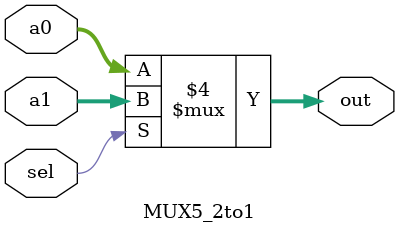
<source format=v>
module MUX32_2to1(a0, a1, sel, out);
   input [31:0] a0, a1;
   input 	sel;
   output [31:0] out;
   reg [31:0] 	 out;
   
   always @(a0 or a1 or sel)
   begin
    #6
      if (sel == 0) out = a0;
      else          out = a1;
end
endmodule // MUX32_2to1


module MUX32_3to1(a0, a1, a2, sel, out); 
   input [31:0] a0, a1, a2;
   input [1:0] 	sel;
   output [31:0] out;
   reg [31:0] 	 out;
   
   always @(a0 or a1 or a2 or sel)
   begin
      if (sel == 0) out = a0;
      else if (sel == 1) out = a1;
	   else out = a2;
   end
endmodule // MUX32_3to1


module MUX5_2to1(a0, a1, sel, out);
   input [4:0]  a0, a1;
   input 	sel;
   output [4:0] out;
   reg [4:0] 	out;
   
   always @(a0 or a1 or sel)
   begin
    #6
      if (sel == 0) out = a0;
      else          out = a1;
   end
endmodule // MUX5_2to1


</source>
